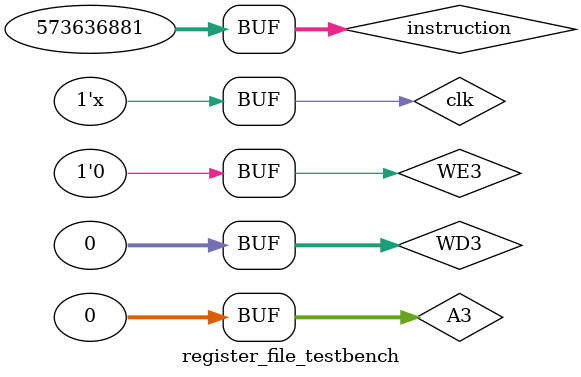
<source format=sv>

module register_file_testbench;

// Definicion de entradas
	reg clk;
	reg [31:0] instruction;	
   reg [31:0] A3;
	
	reg [31:0] WD3;
	reg WE3;


// Definicion de salida
   wire [5:0] RD1;
	wire [5:0] RD2;


// Constante de tiempo
parameter stimDelay = 10;

// Inicializacion
register_file DUT( clk, instruction, A3, WD3, WE3 );

always begin
    #(stimDelay) clk = ~clk;	
end
  

initial
	begin
	 instruction = 32'h22310000; clk = 0; A3 = 0; WD3 = 0; WE3 = 0;
	 #(stimDelay) 
	 #(stimDelay) instruction = 32'h22310111;


	#100; //Let simulation finish
	end
endmodule

</source>
